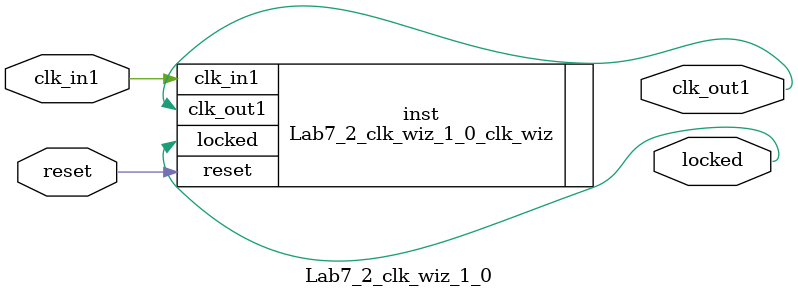
<source format=v>


`timescale 1ps/1ps

(* CORE_GENERATION_INFO = "Lab7_2_clk_wiz_1_0,clk_wiz_v6_0_11_0_0,{component_name=Lab7_2_clk_wiz_1_0,use_phase_alignment=true,use_min_o_jitter=false,use_max_i_jitter=false,use_dyn_phase_shift=false,use_inclk_switchover=false,use_dyn_reconfig=false,enable_axi=0,feedback_source=FDBK_AUTO,PRIMITIVE=MMCM,num_out_clk=1,clkin1_period=10.000,clkin2_period=10.000,use_power_down=false,use_reset=true,use_locked=true,use_inclk_stopped=false,feedback_type=SINGLE,CLOCK_MGR_TYPE=NA,manual_override=false}" *)

module Lab7_2_clk_wiz_1_0 
 (
  // Clock out ports
  output        clk_out1,
  // Status and control signals
  input         reset,
  output        locked,
 // Clock in ports
  input         clk_in1
 );

  Lab7_2_clk_wiz_1_0_clk_wiz inst
  (
  // Clock out ports  
  .clk_out1(clk_out1),
  // Status and control signals               
  .reset(reset), 
  .locked(locked),
 // Clock in ports
  .clk_in1(clk_in1)
  );

endmodule

</source>
